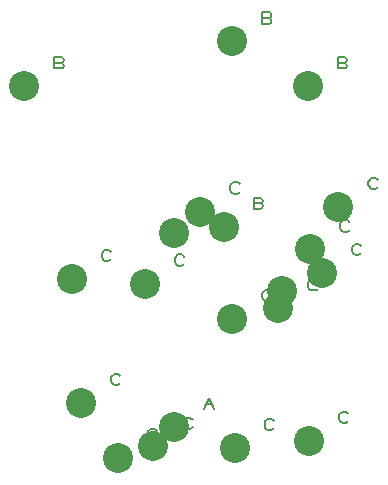
<source format=gbr>
%FSLAX23Y23*%
%MOIN*%
G04 EasyPC Gerber Version 16.0.6 Build 3249 *
%ADD12C,0.00500*%
%ADD26C,0.10000*%
X0Y0D02*
D02*
D12*
X4392Y5718D02*
X4398Y5715D01*
X4401Y5709*
X4398Y5703*
X4392Y5700*
X4370*
Y5737*
X4392*
X4398Y5734*
X4401Y5728*
X4398Y5722*
X4392Y5718*
X4370*
X4559Y5064D02*
X4556Y5061D01*
X4550Y5058*
X4540*
X4534Y5061*
X4531Y5064*
X4528Y5070*
Y5083*
X4531Y5089*
X4534Y5092*
X4540Y5095*
X4550*
X4556Y5092*
X4559Y5089*
X4590Y4651D02*
X4587Y4648D01*
X4581Y4645*
X4572*
X4565Y4648*
X4562Y4651*
X4559Y4657*
Y4670*
X4562Y4676*
X4565Y4679*
X4572Y4682*
X4581*
X4587Y4679*
X4590Y4676*
X4712Y4466D02*
X4709Y4463D01*
X4703Y4460*
X4694*
X4687Y4463*
X4684Y4466*
X4681Y4472*
Y4485*
X4684Y4491*
X4687Y4494*
X4694Y4497*
X4703*
X4709Y4494*
X4712Y4491*
X4803Y5048D02*
X4800Y5045D01*
X4794Y5042*
X4784*
X4778Y5045*
X4775Y5048*
X4772Y5055*
Y5067*
X4775Y5073*
X4778Y5077*
X4784Y5080*
X4794*
X4800Y5077*
X4803Y5073*
X4831Y4505D02*
X4827Y4502D01*
X4821Y4499*
X4812*
X4806Y4502*
X4802Y4505*
X4799Y4511*
Y4524*
X4802Y4530*
X4806Y4533*
X4812Y4536*
X4821*
X4827Y4533*
X4831Y4530*
X4870Y4565D02*
X4886Y4602D01*
X4901Y4565*
X4876Y4581D02*
X4895D01*
X4870Y5209D02*
X4886Y5246D01*
X4901Y5209*
X4876Y5225D02*
X4895D01*
X4988Y5289D02*
X4985Y5285D01*
X4979Y5282*
X4969*
X4963Y5285*
X4960Y5289*
X4957Y5295*
Y5307*
X4960Y5314*
X4963Y5317*
X4969Y5320*
X4979*
X4985Y5317*
X4988Y5314*
X5057Y5250D02*
X5064Y5247D01*
X5067Y5241*
X5064Y5234*
X5057Y5231*
X5036*
Y5269*
X5057*
X5064Y5266*
X5067Y5259*
X5064Y5253*
X5057Y5250*
X5036*
X5094Y4930D02*
X5091Y4927D01*
X5085Y4924*
X5076*
X5069Y4927*
X5066Y4930*
X5063Y4937*
Y4949*
X5066Y4955*
X5069Y4958*
X5076Y4962*
X5085*
X5091Y4958*
X5094Y4955*
X5085Y5868D02*
X5091Y5865D01*
X5094Y5859*
X5091Y5852*
X5085Y5849*
X5063*
Y5887*
X5085*
X5091Y5884*
X5094Y5877*
X5091Y5871*
X5085Y5868*
X5063*
X5102Y4501D02*
X5099Y4498D01*
X5093Y4495*
X5084*
X5077Y4498*
X5074Y4501*
X5071Y4507*
Y4520*
X5074Y4526*
X5077Y4529*
X5084Y4532*
X5093*
X5099Y4529*
X5102Y4526*
X5248Y4966D02*
X5245Y4963D01*
X5239Y4960*
X5229*
X5223Y4963*
X5220Y4966*
X5217Y4972*
Y4985*
X5220Y4991*
X5223Y4994*
X5229Y4997*
X5239*
X5245Y4994*
X5248Y4991*
X5260Y5025D02*
X5257Y5022D01*
X5250Y5019*
X5241*
X5235Y5022*
X5232Y5025*
X5228Y5031*
Y5044*
X5232Y5050*
X5235Y5053*
X5241Y5056*
X5250*
X5257Y5053*
X5260Y5050*
X5337Y5718D02*
X5343Y5715D01*
X5346Y5709*
X5343Y5703*
X5337Y5700*
X5315*
Y5737*
X5337*
X5343Y5734*
X5346Y5728*
X5343Y5722*
X5337Y5718*
X5315*
X5350Y4525D02*
X5347Y4522D01*
X5341Y4519*
X5332*
X5325Y4522*
X5322Y4525*
X5319Y4531*
Y4544*
X5322Y4550*
X5325Y4553*
X5332Y4556*
X5341*
X5347Y4553*
X5350Y4550*
X5354Y5163D02*
X5351Y5159D01*
X5345Y5156*
X5335*
X5329Y5159*
X5326Y5163*
X5323Y5169*
Y5181*
X5326Y5188*
X5329Y5191*
X5335Y5194*
X5345*
X5351Y5191*
X5354Y5188*
X5394Y5084D02*
X5390Y5081D01*
X5384Y5078*
X5375*
X5369Y5081*
X5365Y5084*
X5362Y5090*
Y5103*
X5365Y5109*
X5369Y5112*
X5375Y5115*
X5384*
X5390Y5112*
X5394Y5109*
X5449Y5304D02*
X5446Y5301D01*
X5439Y5298*
X5430*
X5424Y5301*
X5421Y5304*
X5417Y5311*
Y5323*
X5421Y5329*
X5424Y5332*
X5430Y5336*
X5439*
X5446Y5332*
X5449Y5329*
D02*
D26*
X4270Y5640D03*
X4428Y4999D03*
X4459Y4585D03*
X4581Y4400D03*
X4672Y4983D03*
X4699Y4440D03*
X4770Y4506D03*
Y5150D03*
X4857Y5223D03*
X4936Y5172D03*
X4963Y4865D03*
Y5790D03*
X4971Y4436D03*
X5117Y4900D03*
X5128Y4959D03*
X5215Y5640D03*
X5219Y4459D03*
X5223Y5097D03*
X5262Y5018D03*
X5317Y5239D03*
X0Y0D02*
M02*

</source>
